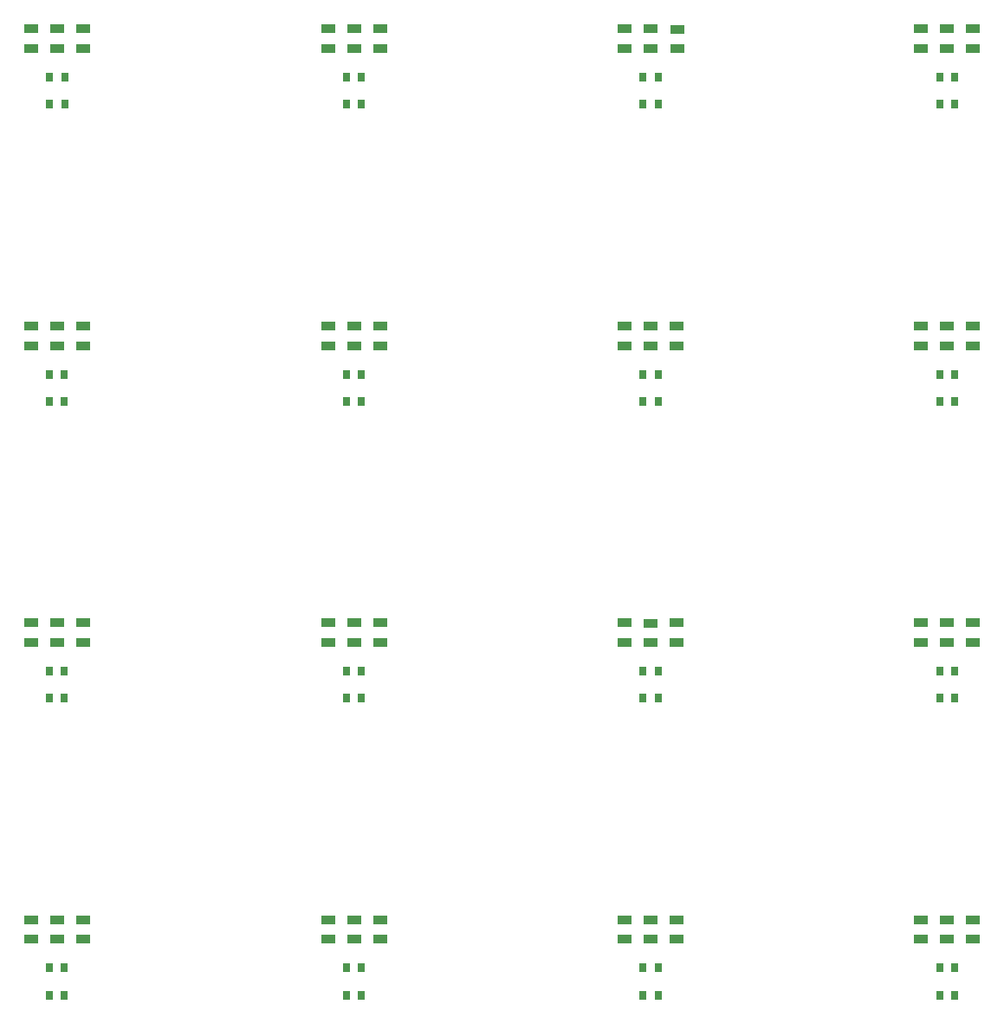
<source format=gbp>
G04*
G04 #@! TF.GenerationSoftware,Altium Limited,Altium Designer,19.1.7 (138)*
G04*
G04 Layer_Color=128*
%FSLAX25Y25*%
%MOIN*%
G70*
G01*
G75*
%ADD17R,0.02756X0.03386*%
%ADD18R,0.05433X0.03622*%
D17*
X20719Y18838D02*
D03*
X26526D02*
D03*
X20719Y8405D02*
D03*
X26526D02*
D03*
X134942Y18838D02*
D03*
X140749D02*
D03*
X134942Y8405D02*
D03*
X140749D02*
D03*
X249115Y18838D02*
D03*
X254922D02*
D03*
X249115Y8405D02*
D03*
X254922D02*
D03*
X363288Y18838D02*
D03*
X369095D02*
D03*
X363288Y8405D02*
D03*
X369095D02*
D03*
X363288Y132962D02*
D03*
X369095D02*
D03*
X363288Y122529D02*
D03*
X369095D02*
D03*
X249115Y132962D02*
D03*
X254922D02*
D03*
X249115Y122529D02*
D03*
X254922D02*
D03*
X134942Y132962D02*
D03*
X140749D02*
D03*
X134942Y122529D02*
D03*
X140749D02*
D03*
X20719Y132962D02*
D03*
X26526D02*
D03*
X20719Y122529D02*
D03*
X26526D02*
D03*
X20719Y247135D02*
D03*
X26526D02*
D03*
X20719Y236702D02*
D03*
X26526D02*
D03*
X134942Y247135D02*
D03*
X140749D02*
D03*
X134942Y236702D02*
D03*
X140749D02*
D03*
X249115Y247135D02*
D03*
X254922D02*
D03*
X249115Y236702D02*
D03*
X254922D02*
D03*
X363288Y247135D02*
D03*
X369095D02*
D03*
X363288Y236702D02*
D03*
X369095D02*
D03*
X363288Y361309D02*
D03*
X369095D02*
D03*
X363288Y350876D02*
D03*
X369095D02*
D03*
X249115Y361309D02*
D03*
X254922D02*
D03*
X249115Y350876D02*
D03*
X254922D02*
D03*
X134942Y361309D02*
D03*
X140749D02*
D03*
X134942Y350876D02*
D03*
X140749D02*
D03*
X20768Y361309D02*
D03*
X26576D02*
D03*
X20768Y350876D02*
D03*
X26576D02*
D03*
D18*
X252128Y151385D02*
D03*
Y143865D02*
D03*
X376192Y258159D02*
D03*
Y265679D02*
D03*
X366192D02*
D03*
Y258159D02*
D03*
X356192Y265679D02*
D03*
Y258159D02*
D03*
X262131D02*
D03*
Y265679D02*
D03*
X252131D02*
D03*
Y258159D02*
D03*
X242131Y265679D02*
D03*
Y258159D02*
D03*
X147958D02*
D03*
Y265679D02*
D03*
X137958D02*
D03*
Y258159D02*
D03*
X127957Y265679D02*
D03*
Y258159D02*
D03*
X13622Y265679D02*
D03*
Y258159D02*
D03*
X23622Y265679D02*
D03*
Y258159D02*
D03*
X13622Y37382D02*
D03*
Y29862D02*
D03*
X23622Y37382D02*
D03*
Y29862D02*
D03*
X33622D02*
D03*
Y37382D02*
D03*
X127957D02*
D03*
Y29862D02*
D03*
X137958Y37382D02*
D03*
Y29862D02*
D03*
X147958D02*
D03*
Y37382D02*
D03*
X242131D02*
D03*
Y29862D02*
D03*
X252131Y37382D02*
D03*
Y29862D02*
D03*
X262131D02*
D03*
Y37382D02*
D03*
X356192D02*
D03*
Y29862D02*
D03*
X366192Y37382D02*
D03*
Y29862D02*
D03*
X376192D02*
D03*
Y37382D02*
D03*
X356192Y151505D02*
D03*
Y143986D02*
D03*
X366192Y151505D02*
D03*
Y143986D02*
D03*
X376192D02*
D03*
Y151505D02*
D03*
X13622D02*
D03*
Y143986D02*
D03*
X23622Y151505D02*
D03*
Y143986D02*
D03*
X33622D02*
D03*
Y151505D02*
D03*
X242131D02*
D03*
Y143986D02*
D03*
X262131D02*
D03*
Y151505D02*
D03*
X127957D02*
D03*
Y143986D02*
D03*
X137958Y151505D02*
D03*
Y143986D02*
D03*
X147958D02*
D03*
Y151505D02*
D03*
X33622Y258159D02*
D03*
Y265679D02*
D03*
X13622Y379852D02*
D03*
Y372332D02*
D03*
X23622Y379852D02*
D03*
Y372332D02*
D03*
X33622D02*
D03*
Y379852D02*
D03*
X127957D02*
D03*
Y372332D02*
D03*
X137958Y379852D02*
D03*
Y372332D02*
D03*
X147958D02*
D03*
Y379852D02*
D03*
X242131D02*
D03*
Y372332D02*
D03*
X252131Y379852D02*
D03*
Y372332D02*
D03*
X262205Y372224D02*
D03*
Y379744D02*
D03*
X356192Y379852D02*
D03*
Y372332D02*
D03*
X366192Y379852D02*
D03*
Y372332D02*
D03*
X376192D02*
D03*
Y379852D02*
D03*
M02*

</source>
